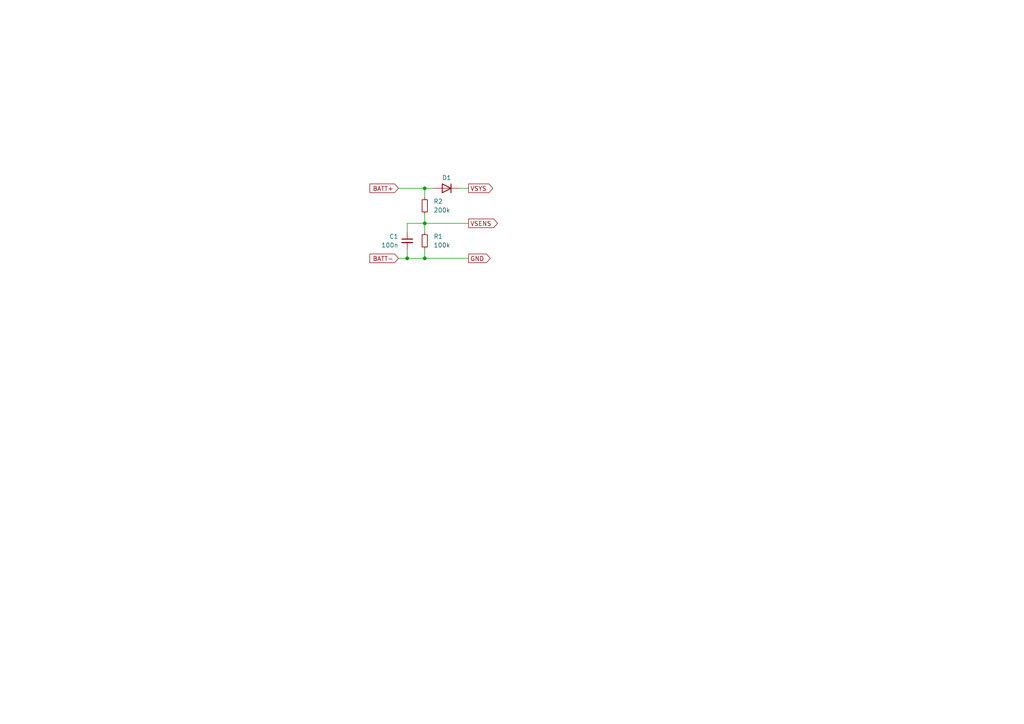
<source format=kicad_sch>
(kicad_sch (version 20231120) (generator "eeschema") (generator_version "8.0")
  (paper "A4")
  (lib_symbols
    (symbol "Device:C_Small" (pin_numbers hide) (pin_names (offset 0.254) hide)
      (property "Reference" "C" (at 0.254 1.778 0))
      (property "Value" "C_Small" (at 0.254 -2.032 0))
      (symbol "C_Small_0_1"
        (polyline (pts (xy -1.524 -0.508) (xy 1.524 -0.508)) (stroke (width 0.3302)))
        (polyline (pts (xy -1.524 0.508) (xy 1.524 0.508)) (stroke (width 0.3048)))
      )
      (symbol "C_Small_1_1"
        (pin passive line (at 0 2.54 270) (length 2.032) (name "~") (number "1"))
        (pin passive line (at 0 -2.54 90) (length 2.032) (name "~") (number "2"))
      )
    )
    (symbol "Device:D" (pin_numbers hide) (pin_names (offset 1.016) hide)
      (property "Reference" "D" (at 0 2.54 0))
      (property "Value" "D" (at 0 -2.54 0))
      (symbol "D_0_1"
        (polyline (pts (xy -1.27 1.27) (xy -1.27 -1.27)) (stroke (width 0.254)))
        (polyline (pts (xy 1.27 0) (xy -1.27 0)))
        (polyline (pts (xy 1.27 1.27) (xy 1.27 -1.27) (xy -1.27 0) (xy 1.27 1.27)) (stroke (width 0.254)))
      )
      (symbol "D_1_1"
        (pin passive line (at -3.81 0 0) (length 2.54) (name "K") (number "1"))
        (pin passive line (at 3.81 0 180) (length 2.54) (name "A") (number "2"))
      )
    )
    (symbol "Device:R_Small" (pin_numbers hide) (pin_names (offset 0.254) hide)
      (property "Reference" "R" (at 0.762 0.508 0))
      (property "Value" "R_Small" (at 0.762 -1.016 0))
      (symbol "R_Small_0_1"
        (rectangle (start -0.762 1.778) (end 0.762 -1.778) (stroke (width 0.2032)))
      )
      (symbol "R_Small_1_1"
        (pin passive line (at 0 2.54 270) (length 0.762) (name "~") (number "1"))
        (pin passive line (at 0 -2.54 90) (length 0.762) (name "~") (number "2"))
      )
    )
  )
  (junction (at 123.19 64.77))
  (junction (at 123.19 54.61))
  (junction (at 118.11 74.93))
  (junction (at 123.19 74.93))
  (wire (pts (xy 115.57 54.61) (xy 123.19 54.61)))
  (wire (pts (xy 123.19 74.93) (xy 135.89 74.93)))
  (wire (pts (xy 118.11 64.77) (xy 123.19 64.77)))
  (wire (pts (xy 118.11 74.93) (xy 123.19 74.93)))
  (wire (pts (xy 123.19 54.61) (xy 125.73 54.61)))
  (wire (pts (xy 123.19 64.77) (xy 123.19 67.31)))
  (wire (pts (xy 115.57 74.93) (xy 118.11 74.93)))
  (wire (pts (xy 123.19 62.23) (xy 123.19 64.77)))
  (wire (pts (xy 123.19 72.39) (xy 123.19 74.93)))
  (wire (pts (xy 118.11 72.39) (xy 118.11 74.93)))
  (wire (pts (xy 123.19 57.15) (xy 123.19 54.61)))
  (wire (pts (xy 118.11 67.31) (xy 118.11 64.77)))
  (wire (pts (xy 133.35 54.61) (xy 135.89 54.61)))
  (wire (pts (xy 123.19 64.77) (xy 135.89 64.77)))
  (global_label "VSYS" (shape output) (at 135.89 54.61 0) (property "Intersheetrefs" "${INTERSHEET_REFS}" (effects (hide yes))))
  (global_label "BATT+" (shape input) (at 115.57 54.61 180) (property "Intersheetrefs" "${INTERSHEET_REFS}" (effects (hide yes))))
  (global_label "BATT-" (shape input) (at 115.57 74.93 180) (property "Intersheetrefs" "${INTERSHEET_REFS}" (effects (hide yes))))
  (global_label "VSENS" (shape output) (at 135.89 64.77 0) (property "Intersheetrefs" "${INTERSHEET_REFS}" (effects (hide yes))))
  (global_label "GND" (shape output) (at 135.89 74.93 0) (property "Intersheetrefs" "${INTERSHEET_REFS}" (effects (hide yes))))
  (symbol (lib_id "Device:C_Small") (at 118.11 69.85 0) (mirror y) (unit 1)
    (property "Reference" "C1" (at 115.57 68.5862 0) (effects (justify left)))
    (property "Value" "100n" (at 115.57 71.1262 0) (effects (justify left)))
    (property "Footprint" "Capacitor_SMD:C_0603_1608Metric" (effects (hide yes)))
    (property "Description" "Unpolarized capacitor, small symbol" (effects (hide yes)))
  )
  (symbol (lib_id "Device:D") (at 129.54 54.61 180) (unit 1)
    (property "Reference" "D1" (at 129.54 51.562 0))
    (property "Value" "D" (effects (hide yes)))
    (property "Description" "Diode" (effects (hide yes)))
    (property "Sim.Device" "D" (effects (hide yes)))
    (property "Sim.Pins" "1=K 2=A" (effects (hide yes)))
  )
  (symbol (lib_id "Device:R_Small") (at 123.19 59.69 0) (unit 1)
    (property "Reference" "R2" (at 125.73 58.4199 0) (effects (justify left)))
    (property "Value" "200k" (at 125.73 60.9599 0) (effects (justify left)))
    (property "Footprint" "Resistor_SMD:R_0603_1608Metric" (effects (hide yes)))
    (property "Description" "Resistor, small symbol" (effects (hide yes)))
  )
  (symbol (lib_id "Device:R_Small") (at 123.19 69.85 0) (unit 1)
    (property "Reference" "R1" (at 125.73 68.5799 0) (effects (justify left)))
    (property "Value" "100k" (at 125.73 71.1199 0) (effects (justify left)))
    (property "Footprint" "Resistor_SMD:R_0603_1608Metric" (effects (hide yes)))
    (property "Description" "Resistor, small symbol" (effects (hide yes)))
  )
)
</source>
